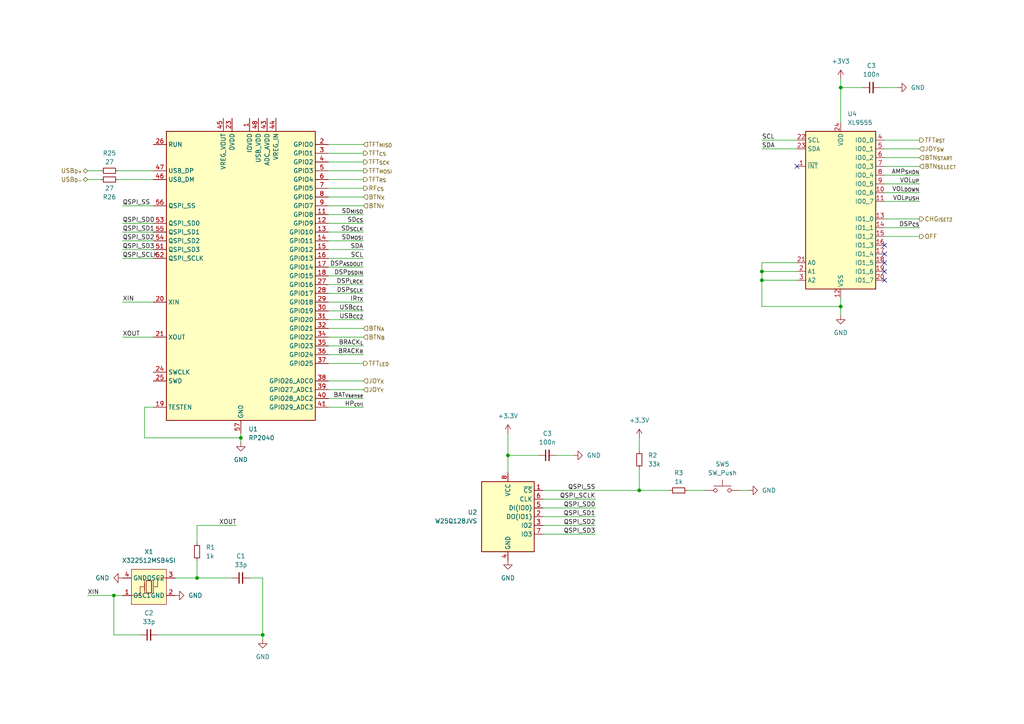
<source format=kicad_sch>
(kicad_sch (version 20230121) (generator eeschema)
  (paper "A4")
  (lib_symbols
    (symbol "Device:C_Small" (pin_numbers hide) (pin_names (offset 0.254) hide)
      (property "Reference" "C" (at 0.254 1.778 0))
      (property "Value" "C_Small" (at 0.254 -2.032 0))
      (symbol "C_Small_0_1"
        (polyline (pts (xy -1.524 -0.508) (xy 1.524 -0.508)) (stroke (width 0.3302)))
        (polyline (pts (xy -1.524 0.508) (xy 1.524 0.508)) (stroke (width 0.3048)))
      )
      (symbol "C_Small_1_1"
        (pin passive line (at 0 2.54 270) (length 2.032) (name "~") (number "1"))
        (pin passive line (at 0 -2.54 90) (length 2.032) (name "~") (number "2"))
      )
    )
    (symbol "Device:R_Small" (pin_numbers hide) (pin_names (offset 0.254) hide)
      (property "Reference" "R" (at 0.762 0.508 0))
      (property "Value" "R_Small" (at 0.762 -1.016 0))
      (symbol "R_Small_0_1"
        (rectangle (start -0.762 1.778) (end 0.762 -1.778) (stroke (width 0.2032)))
      )
      (symbol "R_Small_1_1"
        (pin passive line (at 0 2.54 270) (length 0.762) (name "~") (number "1"))
        (pin passive line (at 0 -2.54 90) (length 0.762) (name "~") (number "2"))
      )
    )
    (symbol "LCSC:X322512MSB4SI"
      (property "Reference" "X" (at 0 7.62 0))
      (property "Value" "X322512MSB4SI" (at 0 -7.62 0))
      (symbol "X322512MSB4SI_0_1"
        (rectangle (start -5.08 5.08) (end 5.08 -5.08) (fill (type background)))
        (polyline (pts (xy -1.27 -1.78) (xy -1.27 1.78)))
        (polyline (pts (xy -1.27 -1.02) (xy -1.27 1.02)))
        (polyline (pts (xy 0.76 -1.78) (xy -0.76 -1.78)))
        (polyline (pts (xy 1.27 -1.78) (xy 1.27 1.78)))
        (polyline (pts (xy 1.27 -1.02) (xy 1.27 1.02)))
        (polyline (pts (xy -5.08 -2.54) (xy -2.54 -2.54) (xy -2.54 0) (xy -1.52 0)))
        (polyline (pts (xy -0.76 -1.78) (xy -0.76 1.78) (xy 0.76 1.78) (xy 0.76 -1.78)))
        (polyline (pts (xy 5.08 2.54) (xy 2.54 2.54) (xy 2.54 0) (xy 1.52 0)))
        (polyline (pts (xy 0.76 1.78) (xy 0.76 -1.78) (xy -0.76 -1.78) (xy -0.76 1.78) (xy 0.76 1.78)) (fill (type background)))
      )
      (symbol "X322512MSB4SI_1_1"
        (pin bidirectional line (at -7.62 -2.54 0) (length 2.54) (name "OSC1") (number "1"))
        (pin power_in line (at 7.62 -2.54 180) (length 2.54) (name "GND") (number "2"))
        (pin bidirectional line (at 7.62 2.54 180) (length 2.54) (name "OSC2") (number "3"))
        (pin power_in line (at -7.62 2.54 0) (length 2.54) (name "GND") (number "4"))
      )
    )
    (symbol "LCSC:XL9555"
      (property "Reference" "U" (at 2.54 24.13 0))
      (property "Value" "XL9555" (at 2.54 -25.4 0))
      (symbol "XL9555_0_1"
        (rectangle (start -10.16 22.86) (end 10.16 -22.86) (stroke (width 0.254)) (fill (type background)))
      )
      (symbol "XL9555_1_1"
        (pin open_collector line (at -12.7 12.7 0) (length 2.54) (name "~{INT}") (number "1"))
        (pin bidirectional line (at 12.7 5.08 180) (length 2.54) (name "IO0_6") (number "10"))
        (pin bidirectional line (at 12.7 2.54 180) (length 2.54) (name "IO0_7") (number "11"))
        (pin power_in line (at 0 -25.4 90) (length 2.54) (name "VSS") (number "12"))
        (pin bidirectional line (at 12.7 -2.54 180) (length 2.54) (name "IO1_0") (number "13"))
        (pin bidirectional line (at 12.7 -5.08 180) (length 2.54) (name "IO1_1") (number "14"))
        (pin bidirectional line (at 12.7 -7.62 180) (length 2.54) (name "IO1_2") (number "15"))
        (pin bidirectional line (at 12.7 -10.16 180) (length 2.54) (name "IO1_3") (number "16"))
        (pin bidirectional line (at 12.7 -12.7 180) (length 2.54) (name "IO1_4") (number "17"))
        (pin bidirectional line (at 12.7 -15.24 180) (length 2.54) (name "IO1_5") (number "18"))
        (pin bidirectional line (at 12.7 -17.78 180) (length 2.54) (name "IO1_6") (number "19"))
        (pin input line (at -12.7 -17.78 0) (length 2.54) (name "A1") (number "2"))
        (pin bidirectional line (at 12.7 -20.32 180) (length 2.54) (name "IO1_7") (number "20"))
        (pin input line (at -12.7 -15.24 0) (length 2.54) (name "A0") (number "21"))
        (pin input line (at -12.7 20.32 0) (length 2.54) (name "SCL") (number "22"))
        (pin bidirectional line (at -12.7 17.78 0) (length 2.54) (name "SDA") (number "23"))
        (pin power_in line (at 0 25.4 270) (length 2.54) (name "VDD") (number "24"))
        (pin input line (at -12.7 -20.32 0) (length 2.54) (name "A2") (number "3"))
        (pin bidirectional line (at 12.7 20.32 180) (length 2.54) (name "IO0_0") (number "4"))
        (pin bidirectional line (at 12.7 17.78 180) (length 2.54) (name "IO0_1") (number "5"))
        (pin bidirectional line (at 12.7 15.24 180) (length 2.54) (name "IO0_2") (number "6"))
        (pin bidirectional line (at 12.7 12.7 180) (length 2.54) (name "IO0_3") (number "7"))
        (pin bidirectional line (at 12.7 10.16 180) (length 2.54) (name "IO0_4") (number "8"))
        (pin bidirectional line (at 12.7 7.62 180) (length 2.54) (name "IO0_5") (number "9"))
      )
    )
    (symbol "MCU_RaspberryPi:RP2040"
      (property "Reference" "U" (at 17.78 45.72 0))
      (property "Value" "RP2040" (at 17.78 43.18 0))
      (symbol "RP2040_0_1"
        (rectangle (start -21.59 41.91) (end 21.59 -41.91) (stroke (width 0.254)) (fill (type background)))
      )
      (symbol "RP2040_1_1"
        (pin power_in line (at 2.54 45.72 270) (length 3.81) (name "IOVDD") (number "1"))
        (pin passive line (at 2.54 45.72 270) (length 3.81) hide (name "IOVDD") (number "10"))
        (pin bidirectional line (at 25.4 17.78 180) (length 3.81) (name "GPIO8") (number "11"))
        (pin bidirectional line (at 25.4 15.24 180) (length 3.81) (name "GPIO9") (number "12"))
        (pin bidirectional line (at 25.4 12.7 180) (length 3.81) (name "GPIO10") (number "13"))
        (pin bidirectional line (at 25.4 10.16 180) (length 3.81) (name "GPIO11") (number "14"))
        (pin bidirectional line (at 25.4 7.62 180) (length 3.81) (name "GPIO12") (number "15"))
        (pin bidirectional line (at 25.4 5.08 180) (length 3.81) (name "GPIO13") (number "16"))
        (pin bidirectional line (at 25.4 2.54 180) (length 3.81) (name "GPIO14") (number "17"))
        (pin bidirectional line (at 25.4 0 180) (length 3.81) (name "GPIO15") (number "18"))
        (pin input line (at -25.4 -38.1 0) (length 3.81) (name "TESTEN") (number "19"))
        (pin bidirectional line (at 25.4 38.1 180) (length 3.81) (name "GPIO0") (number "2"))
        (pin input line (at -25.4 -7.62 0) (length 3.81) (name "XIN") (number "20"))
        (pin passive line (at -25.4 -17.78 0) (length 3.81) (name "XOUT") (number "21"))
        (pin passive line (at 2.54 45.72 270) (length 3.81) hide (name "IOVDD") (number "22"))
        (pin power_in line (at -2.54 45.72 270) (length 3.81) (name "DVDD") (number "23"))
        (pin input line (at -25.4 -27.94 0) (length 3.81) (name "SWCLK") (number "24"))
        (pin bidirectional line (at -25.4 -30.48 0) (length 3.81) (name "SWD") (number "25"))
        (pin input line (at -25.4 38.1 0) (length 3.81) (name "RUN") (number "26"))
        (pin bidirectional line (at 25.4 -2.54 180) (length 3.81) (name "GPIO16") (number "27"))
        (pin bidirectional line (at 25.4 -5.08 180) (length 3.81) (name "GPIO17") (number "28"))
        (pin bidirectional line (at 25.4 -7.62 180) (length 3.81) (name "GPIO18") (number "29"))
        (pin bidirectional line (at 25.4 35.56 180) (length 3.81) (name "GPIO1") (number "3"))
        (pin bidirectional line (at 25.4 -10.16 180) (length 3.81) (name "GPIO19") (number "30"))
        (pin bidirectional line (at 25.4 -12.7 180) (length 3.81) (name "GPIO20") (number "31"))
        (pin bidirectional line (at 25.4 -15.24 180) (length 3.81) (name "GPIO21") (number "32"))
        (pin passive line (at 2.54 45.72 270) (length 3.81) hide (name "IOVDD") (number "33"))
        (pin bidirectional line (at 25.4 -17.78 180) (length 3.81) (name "GPIO22") (number "34"))
        (pin bidirectional line (at 25.4 -20.32 180) (length 3.81) (name "GPIO23") (number "35"))
        (pin bidirectional line (at 25.4 -22.86 180) (length 3.81) (name "GPIO24") (number "36"))
        (pin bidirectional line (at 25.4 -25.4 180) (length 3.81) (name "GPIO25") (number "37"))
        (pin bidirectional line (at 25.4 -30.48 180) (length 3.81) (name "GPIO26_ADC0") (number "38"))
        (pin bidirectional line (at 25.4 -33.02 180) (length 3.81) (name "GPIO27_ADC1") (number "39"))
        (pin bidirectional line (at 25.4 33.02 180) (length 3.81) (name "GPIO2") (number "4"))
        (pin bidirectional line (at 25.4 -35.56 180) (length 3.81) (name "GPIO28_ADC2") (number "40"))
        (pin bidirectional line (at 25.4 -38.1 180) (length 3.81) (name "GPIO29_ADC3") (number "41"))
        (pin passive line (at 2.54 45.72 270) (length 3.81) hide (name "IOVDD") (number "42"))
        (pin power_in line (at 7.62 45.72 270) (length 3.81) (name "ADC_AVDD") (number "43"))
        (pin power_in line (at 10.16 45.72 270) (length 3.81) (name "VREG_IN") (number "44"))
        (pin power_out line (at -5.08 45.72 270) (length 3.81) (name "VREG_VOUT") (number "45"))
        (pin bidirectional line (at -25.4 27.94 0) (length 3.81) (name "USB_DM") (number "46"))
        (pin bidirectional line (at -25.4 30.48 0) (length 3.81) (name "USB_DP") (number "47"))
        (pin power_in line (at 5.08 45.72 270) (length 3.81) (name "USB_VDD") (number "48"))
        (pin passive line (at 2.54 45.72 270) (length 3.81) hide (name "IOVDD") (number "49"))
        (pin bidirectional line (at 25.4 30.48 180) (length 3.81) (name "GPIO3") (number "5"))
        (pin passive line (at -2.54 45.72 270) (length 3.81) hide (name "DVDD") (number "50"))
        (pin bidirectional line (at -25.4 7.62 0) (length 3.81) (name "QSPI_SD3") (number "51"))
        (pin output line (at -25.4 5.08 0) (length 3.81) (name "QSPI_SCLK") (number "52"))
        (pin bidirectional line (at -25.4 15.24 0) (length 3.81) (name "QSPI_SD0") (number "53"))
        (pin bidirectional line (at -25.4 10.16 0) (length 3.81) (name "QSPI_SD2") (number "54"))
        (pin bidirectional line (at -25.4 12.7 0) (length 3.81) (name "QSPI_SD1") (number "55"))
        (pin bidirectional line (at -25.4 20.32 0) (length 3.81) (name "QSPI_SS") (number "56"))
        (pin power_in line (at 0 -45.72 90) (length 3.81) (name "GND") (number "57"))
        (pin bidirectional line (at 25.4 27.94 180) (length 3.81) (name "GPIO4") (number "6"))
        (pin bidirectional line (at 25.4 25.4 180) (length 3.81) (name "GPIO5") (number "7"))
        (pin bidirectional line (at 25.4 22.86 180) (length 3.81) (name "GPIO6") (number "8"))
        (pin bidirectional line (at 25.4 20.32 180) (length 3.81) (name "GPIO7") (number "9"))
      )
    )
    (symbol "Memory_Flash:W25Q128JVS"
      (property "Reference" "U" (at -8.89 8.89 0))
      (property "Value" "W25Q128JVS" (at 7.62 8.89 0))
      (symbol "W25Q128JVS_0_1"
        (rectangle (start -7.62 10.16) (end 7.62 -10.16) (stroke (width 0.254)) (fill (type background)))
      )
      (symbol "W25Q128JVS_1_1"
        (pin input line (at -10.16 7.62 0) (length 2.54) (name "~{CS}") (number "1"))
        (pin bidirectional line (at -10.16 0 0) (length 2.54) (name "DO(IO1)") (number "2"))
        (pin bidirectional line (at -10.16 -2.54 0) (length 2.54) (name "IO2") (number "3"))
        (pin power_in line (at 0 -12.7 90) (length 2.54) (name "GND") (number "4"))
        (pin bidirectional line (at -10.16 2.54 0) (length 2.54) (name "DI(IO0)") (number "5"))
        (pin input line (at -10.16 5.08 0) (length 2.54) (name "CLK") (number "6"))
        (pin bidirectional line (at -10.16 -5.08 0) (length 2.54) (name "IO3") (number "7"))
        (pin power_in line (at 0 12.7 270) (length 2.54) (name "VCC") (number "8"))
      )
    )
    (symbol "Switch:SW_Push" (pin_numbers hide) (pin_names (offset 1.016) hide)
      (property "Reference" "SW" (at 1.27 2.54 0))
      (property "Value" "SW_Push" (at 0 -1.524 0))
      (symbol "SW_Push_0_1"
        (circle (center -2.032 0) (radius 0.508))
        (polyline (pts (xy 0 1.27) (xy 0 3.048)))
        (polyline (pts (xy 2.54 1.27) (xy -2.54 1.27)))
        (circle (center 2.032 0) (radius 0.508))
        (pin passive line (at -5.08 0 0) (length 2.54) (name "1") (number "1"))
        (pin passive line (at 5.08 0 180) (length 2.54) (name "2") (number "2"))
      )
    )
    (symbol "power:+3.3V" (power) (pin_names (offset 0))
      (property "Value" "+3.3V" (at 0 3.556 0))
      (symbol "+3.3V_0_1"
        (polyline (pts (xy -0.762 1.27) (xy 0 2.54)))
        (polyline (pts (xy 0 0) (xy 0 2.54)))
        (polyline (pts (xy 0 2.54) (xy 0.762 1.27)))
      )
      (symbol "+3.3V_1_1"
        (pin power_in line (at 0 0 90) (length 0) hide (name "+3.3V") (number "1"))
      )
    )
    (symbol "power:+3V3" (power) (pin_names (offset 0))
      (property "Value" "+3V3" (at 0 3.556 0))
      (symbol "+3V3_0_1"
        (polyline (pts (xy -0.762 1.27) (xy 0 2.54)))
        (polyline (pts (xy 0 0) (xy 0 2.54)))
        (polyline (pts (xy 0 2.54) (xy 0.762 1.27)))
      )
      (symbol "+3V3_1_1"
        (pin power_in line (at 0 0 90) (length 0) hide (name "+3V3") (number "1"))
      )
    )
    (symbol "power:GND" (power) (pin_names (offset 0))
      (property "Value" "GND" (at 0 -3.81 0))
      (symbol "GND_0_1"
        (polyline (pts (xy 0 0) (xy 0 -1.27) (xy 1.27 -1.27) (xy 0 -2.54) (xy -1.27 -1.27) (xy 0 -1.27)))
      )
      (symbol "GND_1_1"
        (pin power_in line (at 0 0 270) (length 0) hide (name "GND") (number "1"))
      )
    )
  )
  (junction (at 243.84 88.9))
  (junction (at 33.02 172.72))
  (junction (at 57.15 167.64))
  (junction (at 243.84 25.4))
  (junction (at 220.98 81.28))
  (junction (at 76.2 184.15))
  (junction (at 220.98 78.74))
  (junction (at 69.85 127))
  (junction (at 185.42 142.24))
  (junction (at 147.32 132.08))
  (no_connect (at 256.54 76.2))
  (no_connect (at 256.54 73.66))
  (no_connect (at 256.54 78.74))
  (no_connect (at 256.54 81.28))
  (no_connect (at 256.54 71.12))
  (no_connect (at 231.14 48.26))
  (wire (pts (xy 243.84 25.4) (xy 250.19 25.4)))
  (wire (pts (xy 76.2 167.64) (xy 76.2 184.15)))
  (wire (pts (xy 95.25 62.23) (xy 105.41 62.23)))
  (wire (pts (xy 25.4 49.53) (xy 29.21 49.53)))
  (wire (pts (xy 95.25 44.45) (xy 105.41 44.45)))
  (wire (pts (xy 45.72 184.15) (xy 76.2 184.15)))
  (wire (pts (xy 256.54 55.88) (xy 266.7 55.88)))
  (wire (pts (xy 95.25 105.41) (xy 105.41 105.41)))
  (wire (pts (xy 256.54 48.26) (xy 266.7 48.26)))
  (wire (pts (xy 35.56 74.93) (xy 44.45 74.93)))
  (wire (pts (xy 231.14 43.18) (xy 220.98 43.18)))
  (wire (pts (xy 95.25 100.33) (xy 105.41 100.33)))
  (wire (pts (xy 185.42 127) (xy 185.42 130.81)))
  (wire (pts (xy 147.32 125.73) (xy 147.32 132.08)))
  (wire (pts (xy 199.39 142.24) (xy 204.47 142.24)))
  (wire (pts (xy 243.84 22.86) (xy 243.84 25.4)))
  (wire (pts (xy 41.91 118.11) (xy 44.45 118.11)))
  (wire (pts (xy 157.48 152.4) (xy 172.72 152.4)))
  (wire (pts (xy 95.25 82.55) (xy 105.41 82.55)))
  (wire (pts (xy 220.98 88.9) (xy 220.98 81.28)))
  (wire (pts (xy 256.54 40.64) (xy 266.7 40.64)))
  (wire (pts (xy 95.25 102.87) (xy 105.41 102.87)))
  (wire (pts (xy 256.54 66.04) (xy 266.7 66.04)))
  (wire (pts (xy 35.56 72.39) (xy 44.45 72.39)))
  (wire (pts (xy 95.25 74.93) (xy 105.41 74.93)))
  (wire (pts (xy 95.25 90.17) (xy 105.41 90.17)))
  (wire (pts (xy 95.25 87.63) (xy 105.41 87.63)))
  (wire (pts (xy 33.02 184.15) (xy 33.02 172.72)))
  (wire (pts (xy 231.14 40.64) (xy 220.98 40.64)))
  (wire (pts (xy 157.48 154.94) (xy 172.72 154.94)))
  (wire (pts (xy 57.15 152.4) (xy 57.15 157.48)))
  (wire (pts (xy 256.54 58.42) (xy 266.7 58.42)))
  (wire (pts (xy 35.56 67.31) (xy 44.45 67.31)))
  (wire (pts (xy 243.84 25.4) (xy 243.84 35.56)))
  (wire (pts (xy 147.32 132.08) (xy 156.21 132.08)))
  (wire (pts (xy 95.25 92.71) (xy 105.41 92.71)))
  (wire (pts (xy 69.85 127) (xy 41.91 127)))
  (wire (pts (xy 260.35 25.4) (xy 255.27 25.4)))
  (wire (pts (xy 34.29 52.07) (xy 44.45 52.07)))
  (wire (pts (xy 33.02 172.72) (xy 35.56 172.72)))
  (wire (pts (xy 166.37 132.08) (xy 161.29 132.08)))
  (wire (pts (xy 35.56 69.85) (xy 44.45 69.85)))
  (wire (pts (xy 220.98 78.74) (xy 231.14 78.74)))
  (wire (pts (xy 243.84 88.9) (xy 243.84 86.36)))
  (wire (pts (xy 95.25 64.77) (xy 105.41 64.77)))
  (wire (pts (xy 57.15 167.64) (xy 67.31 167.64)))
  (wire (pts (xy 157.48 147.32) (xy 172.72 147.32)))
  (wire (pts (xy 220.98 76.2) (xy 220.98 78.74)))
  (wire (pts (xy 256.54 45.72) (xy 266.7 45.72)))
  (wire (pts (xy 95.25 67.31) (xy 105.41 67.31)))
  (wire (pts (xy 256.54 68.58) (xy 266.7 68.58)))
  (wire (pts (xy 95.25 49.53) (xy 105.41 49.53)))
  (wire (pts (xy 256.54 53.34) (xy 266.7 53.34)))
  (wire (pts (xy 95.25 97.79) (xy 105.41 97.79)))
  (wire (pts (xy 95.25 54.61) (xy 105.41 54.61)))
  (wire (pts (xy 95.25 52.07) (xy 105.41 52.07)))
  (wire (pts (xy 95.25 113.03) (xy 105.41 113.03)))
  (wire (pts (xy 40.64 184.15) (xy 33.02 184.15)))
  (wire (pts (xy 95.25 95.25) (xy 105.41 95.25)))
  (wire (pts (xy 95.25 46.99) (xy 105.41 46.99)))
  (wire (pts (xy 231.14 76.2) (xy 220.98 76.2)))
  (wire (pts (xy 76.2 185.42) (xy 76.2 184.15)))
  (wire (pts (xy 157.48 144.78) (xy 172.72 144.78)))
  (wire (pts (xy 256.54 63.5) (xy 266.7 63.5)))
  (wire (pts (xy 95.25 57.15) (xy 105.41 57.15)))
  (wire (pts (xy 69.85 128.27) (xy 69.85 127)))
  (wire (pts (xy 50.8 167.64) (xy 57.15 167.64)))
  (wire (pts (xy 57.15 162.56) (xy 57.15 167.64)))
  (wire (pts (xy 157.48 142.24) (xy 185.42 142.24)))
  (wire (pts (xy 25.4 172.72) (xy 33.02 172.72)))
  (wire (pts (xy 57.15 152.4) (xy 68.58 152.4)))
  (wire (pts (xy 95.25 72.39) (xy 105.41 72.39)))
  (wire (pts (xy 95.25 115.57) (xy 105.41 115.57)))
  (wire (pts (xy 214.63 142.24) (xy 217.17 142.24)))
  (wire (pts (xy 231.14 81.28) (xy 220.98 81.28)))
  (wire (pts (xy 185.42 135.89) (xy 185.42 142.24)))
  (wire (pts (xy 35.56 87.63) (xy 44.45 87.63)))
  (wire (pts (xy 243.84 91.44) (xy 243.84 88.9)))
  (wire (pts (xy 35.56 59.69) (xy 44.45 59.69)))
  (wire (pts (xy 95.25 77.47) (xy 105.41 77.47)))
  (wire (pts (xy 69.85 127) (xy 69.85 125.73)))
  (wire (pts (xy 220.98 88.9) (xy 243.84 88.9)))
  (wire (pts (xy 95.25 59.69) (xy 105.41 59.69)))
  (wire (pts (xy 35.56 64.77) (xy 44.45 64.77)))
  (wire (pts (xy 41.91 118.11) (xy 41.91 127)))
  (wire (pts (xy 95.25 110.49) (xy 105.41 110.49)))
  (wire (pts (xy 95.25 80.01) (xy 105.41 80.01)))
  (wire (pts (xy 95.25 118.11) (xy 105.41 118.11)))
  (wire (pts (xy 95.25 85.09) (xy 105.41 85.09)))
  (wire (pts (xy 157.48 149.86) (xy 172.72 149.86)))
  (wire (pts (xy 220.98 81.28) (xy 220.98 78.74)))
  (wire (pts (xy 76.2 167.64) (xy 72.39 167.64)))
  (wire (pts (xy 34.29 49.53) (xy 44.45 49.53)))
  (wire (pts (xy 35.56 97.79) (xy 44.45 97.79)))
  (wire (pts (xy 147.32 132.08) (xy 147.32 137.16)))
  (wire (pts (xy 95.25 41.91) (xy 105.41 41.91)))
  (wire (pts (xy 25.4 52.07) (xy 29.21 52.07)))
  (wire (pts (xy 256.54 43.18) (xy 266.7 43.18)))
  (wire (pts (xy 185.42 142.24) (xy 194.31 142.24)))
  (wire (pts (xy 256.54 50.8) (xy 266.7 50.8)))
  (wire (pts (xy 95.25 69.85) (xy 105.41 69.85)))
  (label "QSPI_SS" (at 35.56 59.69 0))
  (label "QSPI_SCLK" (at 35.56 74.93 0))
  (label "SDA" (at 220.98 43.18 0))
  (label "BRACK_{R}" (at 105.41 102.87 180))
  (label "IR_{TX}" (at 105.41 87.63 180))
  (label "QSPI_SD0" (at 35.56 64.77 0))
  (label "SD_{CS}" (at 105.41 64.77 180))
  (label "SD_{MISO}" (at 105.41 62.23 180))
  (label "SCL" (at 220.98 40.64 0))
  (label "SCL" (at 105.41 74.93 180))
  (label "AMP_{SHDN}" (at 266.7 50.8 180))
  (label "DSP_{CS}" (at 266.7 66.04 180))
  (label "XOUT" (at 35.56 97.79 0))
  (label "SD_{SCLK}" (at 105.41 67.31 180))
  (label "BRACK_{L}" (at 105.41 100.33 180))
  (label "QSPI_SD0" (at 172.72 147.32 180))
  (label "HP_{ctrl}" (at 105.41 118.11 180))
  (label "VOL_{DOWN}" (at 266.7 55.88 180))
  (label "XIN" (at 25.4 172.72 0))
  (label "USB_{CC2}" (at 105.41 92.71 180))
  (label "BAT_{Vsense}" (at 105.41 115.57 180))
  (label "VOL_{UP}" (at 266.7 53.34 180))
  (label "QSPI_SD3" (at 172.72 154.94 180))
  (label "QSPI_SD2" (at 35.56 69.85 0))
  (label "DSP_{ASDOUT}" (at 105.41 77.47 180))
  (label "USB_{CC1}" (at 105.41 90.17 180))
  (label "SDA" (at 105.41 72.39 180))
  (label "QSPI_SD2" (at 172.72 152.4 180))
  (label "QSPI_SD1" (at 172.72 149.86 180))
  (label "DSP_{LRCK}" (at 105.41 82.55 180))
  (label "DSP_{DSDIN}" (at 105.41 80.01 180))
  (label "QSPI_SCLK" (at 172.72 144.78 180))
  (label "QSPI_SD1" (at 35.56 67.31 0))
  (label "QSPI_SD3" (at 35.56 72.39 0))
  (label "SD_{MOSI}" (at 105.41 69.85 180))
  (label "DSP_{SCLK}" (at 105.41 85.09 180))
  (label "QSPI_SS" (at 172.72 142.24 180))
  (label "XOUT" (at 68.58 152.4 180))
  (label "VOL_{PUSH}" (at 266.7 58.42 180))
  (label "XIN" (at 35.56 87.63 0))
  (hierarchical_label "TFT_{LED}" (shape output) (at 105.41 105.41 0))
  (hierarchical_label "JOY_{Y}" (shape input) (at 105.41 113.03 0))
  (hierarchical_label "BTN_{SELECT}" (shape input) (at 266.7 48.26 0))
  (hierarchical_label "BTN_{Y}" (shape input) (at 105.41 59.69 0))
  (hierarchical_label "JOY_{X}" (shape input) (at 105.41 110.49 0))
  (hierarchical_label "BTN_{A}" (shape input) (at 105.41 95.25 0))
  (hierarchical_label "BTN_{START}" (shape input) (at 266.7 45.72 0))
  (hierarchical_label "USB_{D-}" (shape bidirectional) (at 25.4 52.07 180))
  (hierarchical_label "CHG_{ISET2}" (shape output) (at 266.7 63.5 0))
  (hierarchical_label "USB_{D+}" (shape bidirectional) (at 25.4 49.53 180))
  (hierarchical_label "OFF" (shape output) (at 266.7 68.58 0))
  (hierarchical_label "TFT_{RST}" (shape output) (at 266.7 40.64 0))
  (hierarchical_label "TFT_{CS}" (shape output) (at 105.41 44.45 0))
  (hierarchical_label "BTN_{X}" (shape input) (at 105.41 57.15 0))
  (hierarchical_label "TFT_{MISO}" (shape input) (at 105.41 41.91 0))
  (hierarchical_label "TFT_{MOSI}" (shape output) (at 105.41 49.53 0))
  (hierarchical_label "TFT_{SCK}" (shape output) (at 105.41 46.99 0))
  (hierarchical_label "BTN_{B}" (shape input) (at 105.41 97.79 0))
  (hierarchical_label "JOY_{SW}" (shape input) (at 266.7 43.18 0))
  (hierarchical_label "TFT_{RS}" (shape output) (at 105.41 52.07 0))
  (hierarchical_label "RF_{CS}" (shape output) (at 105.41 54.61 0))
  (symbol (lib_id "Device:R_Small") (at 196.85 142.24 90) (unit 1)
    (property "Reference" "R3" (at 196.85 137.16 90))
    (property "Value" "1k" (at 196.85 139.7 90))
    (property "Footprint" "Resistor_SMD:R_0402_1005Metric" (effects hide))
    (property "LCSC Part" "C11702" (effects hide))
  )
  (symbol (lib_id "Device:C_Small") (at 43.18 184.15 90) (unit 1)
    (property "Reference" "C2" (at 43.1863 177.8 90))
    (property "Value" "33p" (at 43.1863 180.34 90))
    (property "Footprint" "Capacitor_SMD:C_0402_1005Metric" (effects hide))
    (property "LCSC Part" "C1562" (effects hide))
    (instances (project "krecek-0.9" (path "" (reference "C2") (unit 1)) (path "" (reference "C1") (unit 1))))
  )
  (symbol (lib_id "power:GND") (at 217.17 142.24 90) (unit 1)
    (property "Reference" "#PWR06" (effects hide))
    (property "Value" "GND" (at 220.98 142.24 90) (effects (justify right)))
    (instances (project "krecek-0.9" (path "" (reference "#PWR06") (unit 1)) (path "" (reference "#PWR047") (unit 1))))
  )
  (symbol (lib_id "power:GND") (at 35.56 167.64 270) (unit 1)
    (property "Reference" "#PWR02" (effects hide))
    (property "Value" "GND" (at 31.75 167.64 90) (effects (justify right)))
    (instances (project "krecek-0.9" (path "" (reference "#PWR02") (unit 1)) (path "" (reference "#PWR01") (unit 1))))
  )
  (symbol (lib_id "power:GND") (at 69.85 128.27 0) (unit 1)
    (property "Reference" "#PWR03" (effects hide))
    (property "Value" "GND" (at 69.85 133.35 0))
    (instances (project "krecek-0.9" (path "" (reference "#PWR03") (unit 1)) (path "" (reference "#PWR049") (unit 1))))
  )
  (symbol (lib_id "Memory_Flash:W25Q128JVS") (at 147.32 149.86 0) (mirror y) (unit 1)
    (property "Reference" "U2" (at 138.43 148.59 0) (effects (justify left)))
    (property "Value" "W25Q128JVS" (at 138.43 151.13 0) (effects (justify left)))
    (property "Footprint" "Package_SO:SOIC-8_5.23x5.23mm_P1.27mm" (effects hide))
    (property "Datasheet" "http://www.winbond.com/resource-files/w25q128jv_dtr%20revc%2003272018%20plus.pdf" (effects hide))
    (property "LCSC Part" "C97521" (effects hide))
  )
  (symbol (lib_id "power:+3V3") (at 243.84 22.86 0) (unit 1)
    (property "Reference" "#PWR09" (effects hide))
    (property "Value" "+3V3" (at 243.84 17.78 0))
  )
  (symbol (lib_id "Device:C_Small") (at 252.73 25.4 90) (unit 1)
    (property "Reference" "C3" (at 252.7363 19.05 90))
    (property "Value" "100n" (at 252.7363 21.59 90))
    (property "Footprint" "Capacitor_SMD:C_0402_1005Metric" (effects hide))
    (property "LCSC Part" "C307331" (effects hide))
    (instances (project "krecek-0.9" (path "" (reference "C3") (unit 1)) (path "" (reference "C25") (unit 1))))
  )
  (symbol (lib_id "Device:C_Small") (at 69.85 167.64 90) (unit 1)
    (property "Reference" "C1" (at 69.8563 161.29 90))
    (property "Value" "33p" (at 69.8563 163.83 90))
    (property "Footprint" "Capacitor_SMD:C_0402_1005Metric" (effects hide))
    (property "LCSC Part" "C1562" (effects hide))
    (instances (project "krecek-0.9" (path "" (reference "C1") (unit 1)) (path "" (reference "C2") (unit 1))))
  )
  (symbol (lib_id "power:GND") (at 243.84 91.44 0) (unit 1)
    (property "Reference" "#PWR06" (effects hide))
    (property "Value" "GND" (at 243.84 96.52 0))
    (instances (project "krecek-0.9" (path "" (reference "#PWR06") (unit 1)) (path "" (reference "#PWR08") (unit 1))))
  )
  (symbol (lib_id "Device:R_Small") (at 57.15 160.02 0) (unit 1)
    (property "Reference" "R1" (at 59.69 158.75 0) (effects (justify left)))
    (property "Value" "1k" (at 59.69 161.29 0) (effects (justify left)))
    (property "Footprint" "Resistor_SMD:R_0402_1005Metric" (effects hide))
    (property "LCSC Part" "C11702" (effects hide))
  )
  (symbol (lib_id "Device:C_Small") (at 158.75 132.08 90) (unit 1)
    (property "Reference" "C3" (at 158.7563 125.73 90))
    (property "Value" "100n" (at 158.7563 128.27 90))
    (property "Footprint" "Capacitor_SMD:C_0402_1005Metric" (effects hide))
    (property "LCSC Part" "C307331" (effects hide))
  )
  (symbol (lib_id "power:GND") (at 260.35 25.4 90) (unit 1)
    (property "Reference" "#PWR05" (effects hide))
    (property "Value" "GND" (at 264.16 25.4 90) (effects (justify right)))
    (instances (project "krecek-0.9" (path "" (reference "#PWR05") (unit 1)) (path "" (reference "#PWR048") (unit 1))))
  )
  (symbol (lib_id "power:+3.3V") (at 185.42 127 0) (unit 1)
    (property "Reference" "#PWR07" (effects hide))
    (property "Value" "+3.3V" (at 185.42 121.92 0))
  )
  (symbol (lib_id "Device:R_Small") (at 31.75 49.53 90) (unit 1)
    (property "Reference" "R25" (at 31.75 44.45 90))
    (property "Value" "27" (at 31.75 46.99 90))
    (property "Footprint" "Resistor_SMD:R_0603_1608Metric" (effects hide))
    (property "LCSC Part" "C25190" (effects hide))
  )
  (symbol (lib_id "power:GND") (at 76.2 185.42 0) (unit 1)
    (property "Reference" "#PWR03" (effects hide))
    (property "Value" "GND" (at 76.2 190.5 0))
  )
  (symbol (lib_id "LCSC:X322512MSB4SI") (at 43.18 170.18 0) (unit 1)
    (property "Reference" "X1" (at 43.18 160.02 0))
    (property "Value" "X322512MSB4SI" (at 43.18 162.56 0))
    (property "Footprint" "LCSC:OSC-SMD_4P-L3.2-W2.5-BL" (effects hide))
    (property "Datasheet" "https://lcsc.com/product-detail/SMD-Crystals_YSX321SL-12MHZ-20PF-10PPM-40-85_C9002.html" (effects hide))
    (property "LCSC Part" "C9002" (effects hide))
  )
  (symbol (lib_id "MCU_RaspberryPi:RP2040") (at 69.85 80.01 0) (unit 1)
    (property "Reference" "U1" (at 72.0441 124.46 0) (effects (justify left)))
    (property "Value" "RP2040" (at 72.0441 127 0) (effects (justify left)))
    (property "Footprint" "Package_DFN_QFN:QFN-56-1EP_7x7mm_P0.4mm_EP3.2x3.2mm" (effects hide))
    (property "Datasheet" "https://datasheets.raspberrypi.com/rp2040/rp2040-datasheet.pdf" (effects hide))
    (property "LCSC Part" "C2040" (effects hide))
  )
  (symbol (lib_id "LCSC:XL9555") (at 243.84 60.96 0) (unit 1)
    (property "Reference" "U4" (at 245.7959 33.02 0) (effects (justify left)))
    (property "Value" "XL9555" (at 245.7959 35.56 0) (effects (justify left)))
    (property "Footprint" "LCSC:TSSOP-24_L7.8-W4.4-P0.65-LS6.4-BL" (effects hide))
    (property "LCSC Part" "C609791" (effects hide))
  )
  (symbol (lib_id "Device:R_Small") (at 31.75 52.07 90) (mirror x) (unit 1)
    (property "Reference" "R26" (at 31.75 57.15 90))
    (property "Value" "27" (at 31.75 54.61 90))
    (property "Footprint" "Resistor_SMD:R_0603_1608Metric" (effects hide))
    (property "LCSC Part" "C25190" (effects hide))
  )
  (symbol (lib_id "Device:R_Small") (at 185.42 133.35 0) (unit 1)
    (property "Reference" "R2" (at 187.96 132.08 0) (effects (justify left)))
    (property "Value" "33k" (at 187.96 134.62 0) (effects (justify left)))
    (property "Footprint" "Capacitor_SMD:C_0402_1005Metric" (effects hide))
    (property "LCSC Part" "C25779" (effects hide))
  )
  (symbol (lib_id "Switch:SW_Push") (at 209.55 142.24 0) (unit 1)
    (property "Reference" "SW5" (at 209.55 134.62 0))
    (property "Value" "SW_Push" (at 209.55 137.16 0))
    (property "Footprint" "LCSC:SW-SMD_4P-L5.1-W5.1-P3.70-LS6.5-TL-2" (effects hide))
    (property "LCSC Part" "C318884" (effects hide))
  )
  (symbol (lib_id "power:GND") (at 50.8 172.72 90) (unit 1)
    (property "Reference" "#PWR01" (effects hide))
    (property "Value" "GND" (at 54.61 172.72 90) (effects (justify right)))
    (instances (project "krecek-0.9" (path "" (reference "#PWR01") (unit 1)) (path "" (reference "#PWR02") (unit 1))))
  )
  (symbol (lib_id "power:GND") (at 147.32 162.56 0) (unit 1)
    (property "Reference" "#PWR06" (effects hide))
    (property "Value" "GND" (at 147.32 167.64 0))
    (instances (project "krecek-0.9" (path "" (reference "#PWR06") (unit 1)) (path "" (reference "#PWR05") (unit 1))))
  )
  (symbol (lib_id "power:+3.3V") (at 147.32 125.73 0) (unit 1)
    (property "Reference" "#PWR04" (effects hide))
    (property "Value" "+3.3V" (at 147.32 120.65 0))
  )
  (symbol (lib_id "power:GND") (at 166.37 132.08 90) (unit 1)
    (property "Reference" "#PWR05" (effects hide))
    (property "Value" "GND" (at 170.18 132.08 90) (effects (justify right)))
    (instances (project "krecek-0.9" (path "" (reference "#PWR05") (unit 1)) (path "" (reference "#PWR06") (unit 1))))
  )
)
</source>
